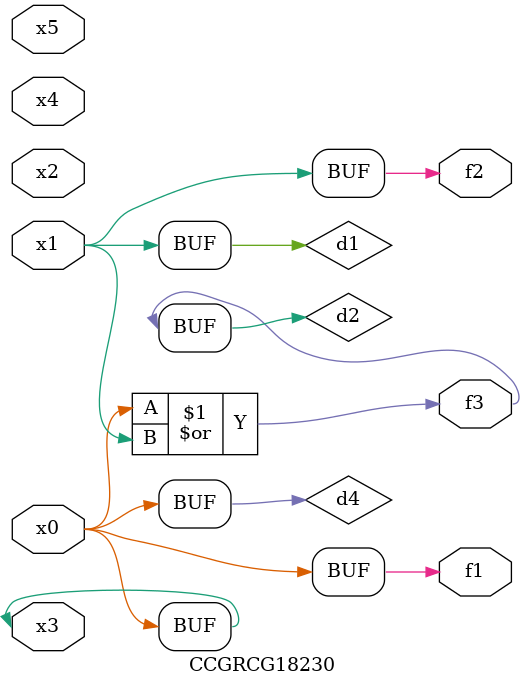
<source format=v>
module CCGRCG18230(
	input x0, x1, x2, x3, x4, x5,
	output f1, f2, f3
);

	wire d1, d2, d3, d4;

	and (d1, x1);
	or (d2, x0, x1);
	nand (d3, x0, x5);
	buf (d4, x0, x3);
	assign f1 = d4;
	assign f2 = d1;
	assign f3 = d2;
endmodule

</source>
